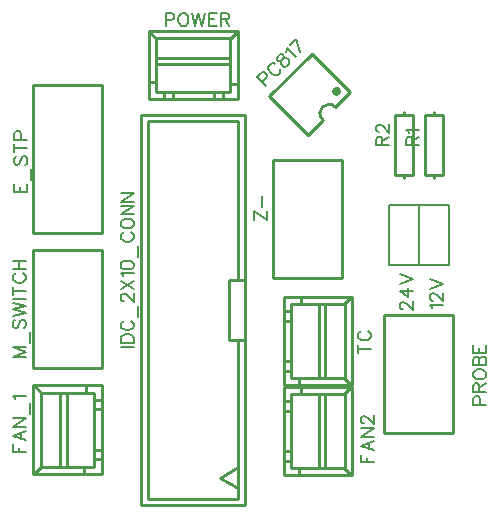
<source format=gto>
G04 Layer: TopSilkLayer*
G04 EasyEDA v6.2.46, 2019-10-16T13:26:15+01:00*
G04 ae079d8acce342fb8db977bfef0d72cc,7d8c45e2f626414c9c496ba5291ef857,10*
G04 Gerber Generator version 0.2*
G04 Scale: 100 percent, Rotated: No, Reflected: No *
G04 Dimensions in millimeters *
G04 leading zeros omitted , absolute positions ,3 integer and 3 decimal *
%FSLAX33Y33*%
%MOMM*%
G90*
G71D02*

%ADD10C,0.254000*%
%ADD19C,0.203200*%
%ADD20C,0.202999*%
%ADD21C,0.399999*%
%ADD22C,0.152400*%

%LPD*%
G54D10*
G01X31985Y37303D02*
G01X28752Y40536D01*
G01X25164Y36948D02*
G01X28752Y40536D01*
G01X30732Y36050D02*
G01X31985Y37303D01*
G01X28397Y33715D02*
G01X29654Y34972D01*
G01X28397Y33715D02*
G01X25164Y36948D01*
G01X38354Y30268D02*
G01X38354Y35348D01*
G01X38354Y35348D02*
G01X39116Y35348D01*
G01X39116Y35348D02*
G01X39878Y35348D01*
G01X39878Y35348D02*
G01X39878Y30268D01*
G01X39878Y30268D02*
G01X39116Y30268D01*
G01X39116Y30268D02*
G01X38354Y30268D01*
G01X39116Y35348D02*
G01X39116Y35602D01*
G01X39116Y30268D02*
G01X39116Y30014D01*
G01X35814Y30268D02*
G01X35814Y35348D01*
G01X35814Y35348D02*
G01X36576Y35348D01*
G01X36576Y35348D02*
G01X37338Y35348D01*
G01X37338Y35348D02*
G01X37338Y30268D01*
G01X37338Y30268D02*
G01X36576Y30268D01*
G01X36576Y30268D02*
G01X35814Y30268D01*
G01X36576Y35348D02*
G01X36576Y35602D01*
G01X36576Y30268D02*
G01X36576Y30014D01*
G01X34858Y8460D02*
G01X40659Y8460D01*
G01X34848Y8463D02*
G01X34848Y18463D01*
G01X34848Y18470D02*
G01X40640Y18470D01*
G01X40665Y8463D02*
G01X40665Y18463D01*
G01X25460Y21541D02*
G01X31261Y21541D01*
G01X25450Y21544D02*
G01X25450Y31544D01*
G01X25450Y31551D02*
G01X31242Y31551D01*
G01X31267Y21544D02*
G01X31267Y31544D01*
G01X14269Y2338D02*
G01X14269Y35337D01*
G01X14269Y35337D02*
G01X23068Y35337D01*
G01X23068Y35337D02*
G01X23068Y2338D01*
G01X23068Y2338D02*
G01X14269Y2338D01*
G01X22987Y16298D02*
G01X21717Y16298D01*
G01X21717Y21378D01*
G01X22987Y21378D01*
G01X22479Y2836D02*
G01X14859Y2836D01*
G01X14859Y34840D01*
G01X22479Y34840D01*
G01X22479Y21378D01*
G01X22479Y16298D02*
G01X22479Y2836D01*
G01X22490Y3768D02*
G01X20955Y4614D01*
G01X22490Y5546D01*
G01X14979Y42510D02*
G01X14979Y36710D01*
G01X14979Y42510D02*
G01X22479Y42510D01*
G01X22498Y42510D02*
G01X22498Y36719D01*
G01X14997Y36719D02*
G01X22498Y36719D01*
G01X15589Y41875D02*
G01X21863Y41875D01*
G01X21863Y37329D01*
G01X22447Y42485D02*
G01X22447Y42409D01*
G01X21837Y41799D01*
G01X15005Y42485D02*
G01X15005Y42409D01*
G01X15614Y41799D01*
G01X15589Y40199D02*
G01X21863Y40199D01*
G01X15589Y39666D02*
G01X21863Y39666D01*
G01X14979Y38192D02*
G01X15563Y38192D01*
G01X21888Y38015D02*
G01X22472Y38015D01*
G01X16224Y36745D02*
G01X16224Y37329D01*
G01X21863Y37329D02*
G01X15589Y37329D01*
G01X15589Y37329D02*
G01X15589Y41850D01*
G01X15614Y41850D01*
G01X16998Y36732D02*
G01X16998Y37316D01*
G01X20466Y36745D02*
G01X20466Y37329D01*
G01X21240Y36732D02*
G01X21240Y37316D01*
G54D19*
G01X37846Y27728D02*
G01X40386Y27728D01*
G01X40386Y22648D01*
G01X37846Y22648D01*
G01X37846Y24553D01*
G54D20*
G01X37846Y27728D02*
G01X37846Y24553D01*
G54D19*
G01X35306Y27728D02*
G01X37846Y27728D01*
G01X37846Y22648D01*
G01X35306Y22648D01*
G01X35306Y24553D01*
G54D20*
G01X35306Y27728D02*
G01X35306Y24553D01*
G54D10*
G01X5142Y13921D02*
G01X10942Y13921D01*
G01X5132Y13924D02*
G01X5132Y23924D01*
G01X5132Y23931D02*
G01X10923Y23931D01*
G01X10948Y13924D02*
G01X10948Y23924D01*
G01X32183Y12367D02*
G01X26382Y12367D01*
G01X32183Y12367D02*
G01X32183Y4867D01*
G01X32183Y4848D02*
G01X26391Y4848D01*
G01X26391Y12349D02*
G01X26391Y4848D01*
G01X31548Y11757D02*
G01X31548Y5483D01*
G01X27001Y5483D01*
G01X32157Y4899D02*
G01X32081Y4899D01*
G01X31471Y5509D01*
G01X32157Y12341D02*
G01X32081Y12341D01*
G01X31471Y11732D01*
G01X29871Y11757D02*
G01X29871Y5483D01*
G01X29338Y11757D02*
G01X29338Y5483D01*
G01X27865Y12367D02*
G01X27865Y11783D01*
G01X27687Y5458D02*
G01X27687Y4874D01*
G01X26417Y11122D02*
G01X27001Y11122D01*
G01X27001Y5483D02*
G01X27001Y11757D01*
G01X27001Y11757D02*
G01X31522Y11757D01*
G01X31522Y11732D01*
G01X26404Y10348D02*
G01X26988Y10348D01*
G01X26417Y6880D02*
G01X27001Y6880D01*
G01X26404Y6106D02*
G01X26988Y6106D01*
G01X32183Y19987D02*
G01X26382Y19987D01*
G01X32183Y19987D02*
G01X32183Y12487D01*
G01X32183Y12468D02*
G01X26391Y12468D01*
G01X26391Y19969D02*
G01X26391Y12468D01*
G01X31548Y19377D02*
G01X31548Y13103D01*
G01X27001Y13103D01*
G01X32157Y12519D02*
G01X32081Y12519D01*
G01X31471Y13129D01*
G01X32157Y19961D02*
G01X32081Y19961D01*
G01X31471Y19352D01*
G01X29871Y19377D02*
G01X29871Y13103D01*
G01X29338Y19377D02*
G01X29338Y13103D01*
G01X27865Y19987D02*
G01X27865Y19403D01*
G01X27687Y13078D02*
G01X27687Y12494D01*
G01X26417Y18742D02*
G01X27001Y18742D01*
G01X27001Y13103D02*
G01X27001Y19377D01*
G01X27001Y19377D02*
G01X31522Y19377D01*
G01X31522Y19352D01*
G01X26404Y17968D02*
G01X26988Y17968D01*
G01X26417Y14500D02*
G01X27001Y14500D01*
G01X26404Y13726D02*
G01X26988Y13726D01*
G01X5157Y4988D02*
G01X10957Y4988D01*
G01X5157Y4988D02*
G01X5157Y12488D01*
G01X5157Y12507D02*
G01X10948Y12507D01*
G01X10948Y5006D02*
G01X10948Y12507D01*
G01X5792Y5598D02*
G01X5792Y11872D01*
G01X10339Y11872D01*
G01X5182Y12456D02*
G01X5259Y12456D01*
G01X5868Y11846D01*
G01X5182Y5014D02*
G01X5259Y5014D01*
G01X5868Y5623D01*
G01X7468Y5598D02*
G01X7468Y11872D01*
G01X8002Y5598D02*
G01X8002Y11872D01*
G01X9475Y4988D02*
G01X9475Y5572D01*
G01X9653Y11897D02*
G01X9653Y12481D01*
G01X10923Y6233D02*
G01X10339Y6233D01*
G01X10339Y11872D02*
G01X10339Y5598D01*
G01X10339Y5598D02*
G01X5817Y5598D01*
G01X5817Y5623D01*
G01X10935Y7007D02*
G01X10351Y7007D01*
G01X10923Y10475D02*
G01X10339Y10475D01*
G01X10935Y11249D02*
G01X10351Y11249D01*
G01X5142Y25372D02*
G01X10942Y25372D01*
G01X5132Y25374D02*
G01X5132Y37871D01*
G01X5132Y37871D02*
G01X10923Y37871D01*
G01X10948Y25374D02*
G01X10948Y37871D01*
G54D22*
G01X24130Y38577D02*
G01X24902Y37805D01*
G01X24130Y38577D02*
G01X24460Y38908D01*
G01X24607Y38980D01*
G01X24681Y38981D01*
G01X24791Y38944D01*
G01X24900Y38834D01*
G01X24938Y38725D01*
G01X24938Y38649D01*
G01X24864Y38504D01*
G01X24534Y38173D01*
G01X25620Y39702D02*
G01X25509Y39737D01*
G01X25365Y39737D01*
G01X25254Y39702D01*
G01X25107Y39554D01*
G01X25071Y39443D01*
G01X25069Y39297D01*
G01X25107Y39188D01*
G01X25180Y39039D01*
G01X25363Y38856D01*
G01X25511Y38784D01*
G01X25620Y38746D01*
G01X25768Y38746D01*
G01X25879Y38782D01*
G01X26026Y38929D01*
G01X26062Y39041D01*
G01X26060Y39186D01*
G01X26024Y39297D01*
G01X25863Y40310D02*
G01X25791Y40163D01*
G01X25825Y40054D01*
G01X25899Y39980D01*
G01X26010Y39944D01*
G01X26121Y39980D01*
G01X26305Y40091D01*
G01X26452Y40163D01*
G01X26599Y40163D01*
G01X26707Y40127D01*
G01X26818Y40016D01*
G01X26856Y39906D01*
G01X26854Y39833D01*
G01X26782Y39685D01*
G01X26635Y39538D01*
G01X26488Y39466D01*
G01X26414Y39464D01*
G01X26305Y39502D01*
G01X26193Y39614D01*
G01X26157Y39721D01*
G01X26157Y39869D01*
G01X26231Y40018D01*
G01X26340Y40199D01*
G01X26376Y40310D01*
G01X26340Y40422D01*
G01X26267Y40495D01*
G01X26157Y40530D01*
G01X26010Y40458D01*
G01X25863Y40310D01*
G01X26583Y40736D02*
G01X26619Y40847D01*
G01X26621Y41068D01*
G01X27393Y40296D01*
G01X27377Y41824D02*
G01X27781Y40684D01*
G01X26863Y41311D02*
G01X27377Y41824D01*
G01X36730Y32808D02*
G01X37820Y32808D01*
G01X36730Y32808D02*
G01X36730Y33275D01*
G01X36781Y33430D01*
G01X36832Y33483D01*
G01X36936Y33534D01*
G01X37040Y33534D01*
G01X37144Y33483D01*
G01X37198Y33430D01*
G01X37249Y33275D01*
G01X37249Y32808D01*
G01X37249Y33171D02*
G01X37820Y33534D01*
G01X36936Y33877D02*
G01X36885Y33981D01*
G01X36730Y34139D01*
G01X37820Y34139D01*
G01X34190Y32808D02*
G01X35280Y32808D01*
G01X34190Y32808D02*
G01X34190Y33275D01*
G01X34241Y33430D01*
G01X34292Y33483D01*
G01X34396Y33534D01*
G01X34500Y33534D01*
G01X34604Y33483D01*
G01X34658Y33430D01*
G01X34709Y33275D01*
G01X34709Y32808D01*
G01X34709Y33171D02*
G01X35280Y33534D01*
G01X34450Y33930D02*
G01X34396Y33930D01*
G01X34292Y33981D01*
G01X34241Y34034D01*
G01X34190Y34138D01*
G01X34190Y34344D01*
G01X34241Y34448D01*
G01X34292Y34502D01*
G01X34396Y34552D01*
G01X34500Y34552D01*
G01X34604Y34502D01*
G01X34762Y34398D01*
G01X35280Y33877D01*
G01X35280Y34606D01*
G01X42418Y10857D02*
G01X43507Y10857D01*
G01X42418Y10857D02*
G01X42418Y11324D01*
G01X42468Y11479D01*
G01X42519Y11532D01*
G01X42623Y11583D01*
G01X42781Y11583D01*
G01X42885Y11532D01*
G01X42936Y11479D01*
G01X42989Y11324D01*
G01X42989Y10857D01*
G01X42418Y11926D02*
G01X43507Y11926D01*
G01X42418Y11926D02*
G01X42418Y12394D01*
G01X42468Y12551D01*
G01X42519Y12602D01*
G01X42623Y12655D01*
G01X42727Y12655D01*
G01X42832Y12602D01*
G01X42885Y12551D01*
G01X42936Y12394D01*
G01X42936Y11926D01*
G01X42936Y12292D02*
G01X43507Y12655D01*
G01X42418Y13308D02*
G01X42468Y13206D01*
G01X42572Y13102D01*
G01X42677Y13049D01*
G01X42832Y12998D01*
G01X43091Y12998D01*
G01X43248Y13049D01*
G01X43352Y13102D01*
G01X43456Y13206D01*
G01X43507Y13308D01*
G01X43507Y13516D01*
G01X43456Y13620D01*
G01X43352Y13724D01*
G01X43248Y13778D01*
G01X43091Y13829D01*
G01X42832Y13829D01*
G01X42677Y13778D01*
G01X42572Y13724D01*
G01X42468Y13620D01*
G01X42418Y13516D01*
G01X42418Y13308D01*
G01X42418Y14172D02*
G01X43507Y14172D01*
G01X42418Y14172D02*
G01X42418Y14639D01*
G01X42468Y14794D01*
G01X42519Y14847D01*
G01X42623Y14898D01*
G01X42727Y14898D01*
G01X42832Y14847D01*
G01X42885Y14794D01*
G01X42936Y14639D01*
G01X42936Y14172D02*
G01X42936Y14639D01*
G01X42989Y14794D01*
G01X43040Y14847D01*
G01X43144Y14898D01*
G01X43299Y14898D01*
G01X43403Y14847D01*
G01X43456Y14794D01*
G01X43507Y14639D01*
G01X43507Y14172D01*
G01X42418Y15241D02*
G01X43507Y15241D01*
G01X42418Y15241D02*
G01X42418Y15916D01*
G01X42936Y15241D02*
G01X42936Y15657D01*
G01X43507Y15241D02*
G01X43507Y15916D01*
G01X23876Y27209D02*
G01X24968Y26483D01*
G01X23876Y26483D02*
G01X23876Y27209D01*
G01X24968Y26483D02*
G01X24968Y27209D01*
G01X24500Y27552D02*
G01X24500Y28490D01*
G01X12573Y15746D02*
G01X13662Y15746D01*
G01X12573Y16089D02*
G01X13662Y16089D01*
G01X12573Y16089D02*
G01X12573Y16452D01*
G01X12623Y16607D01*
G01X12727Y16712D01*
G01X12832Y16765D01*
G01X12987Y16816D01*
G01X13246Y16816D01*
G01X13403Y16765D01*
G01X13507Y16712D01*
G01X13611Y16607D01*
G01X13662Y16452D01*
G01X13662Y16089D01*
G01X12832Y17938D02*
G01X12727Y17885D01*
G01X12623Y17783D01*
G01X12573Y17679D01*
G01X12573Y17471D01*
G01X12623Y17367D01*
G01X12727Y17263D01*
G01X12832Y17212D01*
G01X12987Y17159D01*
G01X13246Y17159D01*
G01X13403Y17212D01*
G01X13507Y17263D01*
G01X13611Y17367D01*
G01X13662Y17471D01*
G01X13662Y17679D01*
G01X13611Y17783D01*
G01X13507Y17885D01*
G01X13403Y17938D01*
G01X14025Y18281D02*
G01X14025Y19216D01*
G01X12832Y19612D02*
G01X12778Y19612D01*
G01X12674Y19663D01*
G01X12623Y19714D01*
G01X12573Y19818D01*
G01X12573Y20026D01*
G01X12623Y20130D01*
G01X12674Y20184D01*
G01X12778Y20235D01*
G01X12882Y20235D01*
G01X12987Y20184D01*
G01X13144Y20080D01*
G01X13662Y19559D01*
G01X13662Y20285D01*
G01X12573Y20628D02*
G01X13662Y21357D01*
G01X12573Y21357D02*
G01X13662Y20628D01*
G01X12778Y21700D02*
G01X12727Y21804D01*
G01X12573Y21959D01*
G01X13662Y21959D01*
G01X12573Y22614D02*
G01X12623Y22457D01*
G01X12778Y22355D01*
G01X13040Y22302D01*
G01X13195Y22302D01*
G01X13454Y22355D01*
G01X13611Y22457D01*
G01X13662Y22614D01*
G01X13662Y22719D01*
G01X13611Y22874D01*
G01X13454Y22978D01*
G01X13195Y23029D01*
G01X13040Y23029D01*
G01X12778Y22978D01*
G01X12623Y22874D01*
G01X12573Y22719D01*
G01X12573Y22614D01*
G01X14025Y23371D02*
G01X14025Y24309D01*
G01X12832Y25429D02*
G01X12727Y25378D01*
G01X12623Y25274D01*
G01X12573Y25170D01*
G01X12573Y24961D01*
G01X12623Y24857D01*
G01X12727Y24756D01*
G01X12832Y24702D01*
G01X12987Y24652D01*
G01X13246Y24652D01*
G01X13403Y24702D01*
G01X13507Y24756D01*
G01X13611Y24857D01*
G01X13662Y24961D01*
G01X13662Y25170D01*
G01X13611Y25274D01*
G01X13507Y25378D01*
G01X13403Y25429D01*
G01X12573Y26084D02*
G01X12623Y25980D01*
G01X12727Y25876D01*
G01X12832Y25825D01*
G01X12987Y25772D01*
G01X13246Y25772D01*
G01X13403Y25825D01*
G01X13507Y25876D01*
G01X13611Y25980D01*
G01X13662Y26084D01*
G01X13662Y26292D01*
G01X13611Y26397D01*
G01X13507Y26501D01*
G01X13403Y26551D01*
G01X13246Y26605D01*
G01X12987Y26605D01*
G01X12832Y26551D01*
G01X12727Y26501D01*
G01X12623Y26397D01*
G01X12573Y26292D01*
G01X12573Y26084D01*
G01X12573Y26948D02*
G01X13662Y26948D01*
G01X12573Y26948D02*
G01X13662Y27674D01*
G01X12573Y27674D02*
G01X13662Y27674D01*
G01X12573Y28017D02*
G01X13662Y28017D01*
G01X12573Y28017D02*
G01X13662Y28744D01*
G01X12573Y28744D02*
G01X13662Y28744D01*
G01X16382Y43984D02*
G01X16382Y42894D01*
G01X16382Y43984D02*
G01X16852Y43984D01*
G01X17007Y43933D01*
G01X17058Y43882D01*
G01X17111Y43778D01*
G01X17111Y43620D01*
G01X17058Y43516D01*
G01X17007Y43465D01*
G01X16852Y43412D01*
G01X16382Y43412D01*
G01X17767Y43984D02*
G01X17663Y43933D01*
G01X17558Y43829D01*
G01X17505Y43724D01*
G01X17454Y43569D01*
G01X17454Y43310D01*
G01X17505Y43153D01*
G01X17558Y43049D01*
G01X17663Y42945D01*
G01X17767Y42894D01*
G01X17973Y42894D01*
G01X18077Y42945D01*
G01X18181Y43049D01*
G01X18234Y43153D01*
G01X18285Y43310D01*
G01X18285Y43569D01*
G01X18234Y43724D01*
G01X18181Y43829D01*
G01X18077Y43933D01*
G01X17973Y43984D01*
G01X17767Y43984D01*
G01X18628Y43984D02*
G01X18887Y42894D01*
G01X19149Y43984D02*
G01X18887Y42894D01*
G01X19149Y43984D02*
G01X19408Y42894D01*
G01X19667Y43984D02*
G01X19408Y42894D01*
G01X20010Y43984D02*
G01X20010Y42894D01*
G01X20010Y43984D02*
G01X20685Y43984D01*
G01X20010Y43465D02*
G01X20426Y43465D01*
G01X20010Y42894D02*
G01X20685Y42894D01*
G01X21028Y43984D02*
G01X21028Y42894D01*
G01X21028Y43984D02*
G01X21495Y43984D01*
G01X21653Y43933D01*
G01X21704Y43882D01*
G01X21755Y43778D01*
G01X21755Y43674D01*
G01X21704Y43569D01*
G01X21653Y43516D01*
G01X21495Y43465D01*
G01X21028Y43465D01*
G01X21391Y43465D02*
G01X21755Y42894D01*
G01X38940Y19000D02*
G01X38889Y19104D01*
G01X38734Y19259D01*
G01X39824Y19259D01*
G01X38994Y19655D02*
G01X38940Y19655D01*
G01X38836Y19706D01*
G01X38785Y19760D01*
G01X38734Y19864D01*
G01X38734Y20069D01*
G01X38785Y20174D01*
G01X38836Y20227D01*
G01X38940Y20278D01*
G01X39044Y20278D01*
G01X39148Y20227D01*
G01X39306Y20123D01*
G01X39824Y19602D01*
G01X39824Y20331D01*
G01X38734Y20674D02*
G01X39824Y21088D01*
G01X38734Y21505D02*
G01X39824Y21088D01*
G01X36454Y18914D02*
G01X36400Y18914D01*
G01X36296Y18967D01*
G01X36245Y19018D01*
G01X36195Y19122D01*
G01X36195Y19330D01*
G01X36245Y19434D01*
G01X36296Y19485D01*
G01X36400Y19539D01*
G01X36504Y19539D01*
G01X36609Y19485D01*
G01X36766Y19384D01*
G01X37284Y18863D01*
G01X37284Y19589D01*
G01X36195Y20453D02*
G01X36921Y19932D01*
G01X36921Y20712D01*
G01X36195Y20453D02*
G01X37284Y20453D01*
G01X36195Y21055D02*
G01X37284Y21471D01*
G01X36195Y21886D02*
G01X37284Y21471D01*
G01X3430Y14864D02*
G01X4519Y14864D01*
G01X3430Y14864D02*
G01X4519Y15278D01*
G01X3430Y15694D02*
G01X4519Y15278D01*
G01X3430Y15694D02*
G01X4519Y15694D01*
G01X4883Y16037D02*
G01X4883Y16972D01*
G01X3585Y18041D02*
G01X3481Y17937D01*
G01X3430Y17782D01*
G01X3430Y17574D01*
G01X3481Y17419D01*
G01X3585Y17315D01*
G01X3689Y17315D01*
G01X3793Y17366D01*
G01X3844Y17419D01*
G01X3897Y17523D01*
G01X4001Y17836D01*
G01X4052Y17937D01*
G01X4103Y17990D01*
G01X4207Y18041D01*
G01X4365Y18041D01*
G01X4469Y17937D01*
G01X4519Y17782D01*
G01X4519Y17574D01*
G01X4469Y17419D01*
G01X4365Y17315D01*
G01X3430Y18384D02*
G01X4519Y18646D01*
G01X3430Y18905D02*
G01X4519Y18646D01*
G01X3430Y18905D02*
G01X4519Y19164D01*
G01X3430Y19423D02*
G01X4519Y19164D01*
G01X3430Y19766D02*
G01X4519Y19766D01*
G01X3430Y20475D02*
G01X4519Y20475D01*
G01X3430Y20109D02*
G01X3430Y20838D01*
G01X3689Y21960D02*
G01X3585Y21907D01*
G01X3481Y21803D01*
G01X3430Y21699D01*
G01X3430Y21493D01*
G01X3481Y21389D01*
G01X3585Y21285D01*
G01X3689Y21231D01*
G01X3844Y21181D01*
G01X4103Y21181D01*
G01X4260Y21231D01*
G01X4365Y21285D01*
G01X4469Y21389D01*
G01X4519Y21493D01*
G01X4519Y21699D01*
G01X4469Y21803D01*
G01X4365Y21907D01*
G01X4260Y21960D01*
G01X3430Y22303D02*
G01X4519Y22303D01*
G01X3430Y23030D02*
G01X4519Y23030D01*
G01X3948Y22303D02*
G01X3948Y23030D01*
G01X32894Y5948D02*
G01X33984Y5948D01*
G01X32894Y5948D02*
G01X32894Y6624D01*
G01X33412Y5948D02*
G01X33412Y6365D01*
G01X32894Y7384D02*
G01X33984Y6967D01*
G01X32894Y7384D02*
G01X33984Y7800D01*
G01X33620Y7124D02*
G01X33620Y7643D01*
G01X32894Y8143D02*
G01X33984Y8143D01*
G01X32894Y8143D02*
G01X33984Y8869D01*
G01X32894Y8869D02*
G01X33984Y8869D01*
G01X33153Y9263D02*
G01X33100Y9263D01*
G01X32995Y9316D01*
G01X32945Y9367D01*
G01X32894Y9471D01*
G01X32894Y9680D01*
G01X32945Y9784D01*
G01X32995Y9835D01*
G01X33100Y9888D01*
G01X33204Y9888D01*
G01X33308Y9835D01*
G01X33465Y9733D01*
G01X33984Y9212D01*
G01X33984Y9939D01*
G01X32637Y15575D02*
G01X33730Y15575D01*
G01X32637Y15209D02*
G01X32637Y15938D01*
G01X32899Y17061D02*
G01X32795Y17008D01*
G01X32691Y16903D01*
G01X32637Y16799D01*
G01X32637Y16594D01*
G01X32691Y16489D01*
G01X32795Y16385D01*
G01X32899Y16332D01*
G01X33054Y16281D01*
G01X33313Y16281D01*
G01X33470Y16332D01*
G01X33575Y16385D01*
G01X33679Y16489D01*
G01X33730Y16594D01*
G01X33730Y16799D01*
G01X33679Y16903D01*
G01X33575Y17008D01*
G01X33470Y17061D01*
G01X3430Y6797D02*
G01X4519Y6797D01*
G01X3430Y6797D02*
G01X3430Y7472D01*
G01X3948Y6797D02*
G01X3948Y7213D01*
G01X3430Y8232D02*
G01X4519Y7815D01*
G01X3430Y8232D02*
G01X4519Y8648D01*
G01X4156Y7973D02*
G01X4156Y8491D01*
G01X3430Y8991D02*
G01X4519Y8991D01*
G01X3430Y8991D02*
G01X4519Y9718D01*
G01X3430Y9718D02*
G01X4519Y9718D01*
G01X4883Y10061D02*
G01X4883Y10995D01*
G01X3635Y11338D02*
G01X3585Y11442D01*
G01X3430Y11597D01*
G01X4519Y11597D01*
G01X3557Y28844D02*
G01X4646Y28844D01*
G01X3557Y28844D02*
G01X3557Y29520D01*
G01X4075Y28844D02*
G01X4075Y29260D01*
G01X4646Y28844D02*
G01X4646Y29520D01*
G01X5010Y29862D02*
G01X5010Y30800D01*
G01X3712Y31869D02*
G01X3608Y31765D01*
G01X3557Y31610D01*
G01X3557Y31402D01*
G01X3608Y31244D01*
G01X3712Y31143D01*
G01X3816Y31143D01*
G01X3920Y31193D01*
G01X3971Y31244D01*
G01X4024Y31348D01*
G01X4128Y31661D01*
G01X4179Y31765D01*
G01X4230Y31816D01*
G01X4334Y31869D01*
G01X4491Y31869D01*
G01X4596Y31765D01*
G01X4646Y31610D01*
G01X4646Y31402D01*
G01X4596Y31244D01*
G01X4491Y31143D01*
G01X3557Y32575D02*
G01X4646Y32575D01*
G01X3557Y32212D02*
G01X3557Y32938D01*
G01X3557Y33281D02*
G01X4646Y33281D01*
G01X3557Y33281D02*
G01X3557Y33749D01*
G01X3608Y33906D01*
G01X3658Y33957D01*
G01X3762Y34010D01*
G01X3920Y34010D01*
G01X4024Y33957D01*
G01X4075Y33906D01*
G01X4128Y33749D01*
G01X4128Y33281D01*
G54D10*
G75*
G01X29655Y34973D02*
G02X30732Y36050I541J536D01*
G01*
G54D21*
G75*
G01X31022Y37373D02*
G03X31022Y37373I-180J0D01*
G01*
M00*
M02*

</source>
